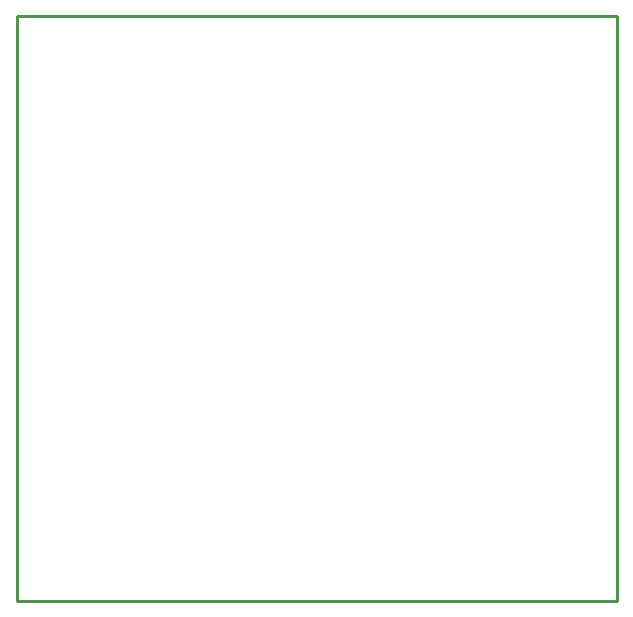
<source format=gko>
G04 Layer: BoardOutlineLayer*
G04 EasyEDA Pro v2.1.42, 2023-12-20 16:08:35*
G04 Gerber Generator version 0.3*
G04 Scale: 100 percent, Rotated: No, Reflected: No*
G04 Dimensions in millimeters*
G04 Leading zeros omitted, absolute positions, 3 integers and 5 decimals*
%FSLAX35Y35*%
%MOMM*%
%ADD10C,0.254*%
G75*


G04 PolygonModel Start*
G54D10*
G01X2540357Y-2476294D02*
G01X2540357Y2476294D01*
G01X-2540357D01*
G01Y-2476294D01*
G01X2540357D01*
G04 PolygonModel End*

M02*

</source>
